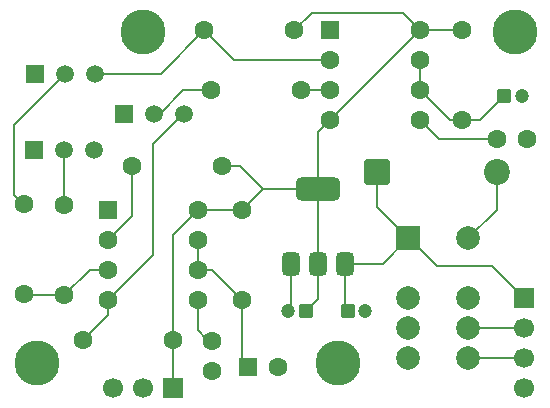
<source format=gbr>
%TF.GenerationSoftware,KiCad,Pcbnew,9.0.6*%
%TF.CreationDate,2025-12-23T12:21:06+09:00*%
%TF.ProjectId,ils,696c732e-6b69-4636-9164-5f7063625858,rev?*%
%TF.SameCoordinates,Original*%
%TF.FileFunction,Copper,L1,Top*%
%TF.FilePolarity,Positive*%
%FSLAX46Y46*%
G04 Gerber Fmt 4.6, Leading zero omitted, Abs format (unit mm)*
G04 Created by KiCad (PCBNEW 9.0.6) date 2025-12-23 12:21:06*
%MOMM*%
%LPD*%
G01*
G04 APERTURE LIST*
G04 Aperture macros list*
%AMRoundRect*
0 Rectangle with rounded corners*
0 $1 Rounding radius*
0 $2 $3 $4 $5 $6 $7 $8 $9 X,Y pos of 4 corners*
0 Add a 4 corners polygon primitive as box body*
4,1,4,$2,$3,$4,$5,$6,$7,$8,$9,$2,$3,0*
0 Add four circle primitives for the rounded corners*
1,1,$1+$1,$2,$3*
1,1,$1+$1,$4,$5*
1,1,$1+$1,$6,$7*
1,1,$1+$1,$8,$9*
0 Add four rect primitives between the rounded corners*
20,1,$1+$1,$2,$3,$4,$5,0*
20,1,$1+$1,$4,$5,$6,$7,0*
20,1,$1+$1,$6,$7,$8,$9,0*
20,1,$1+$1,$8,$9,$2,$3,0*%
G04 Aperture macros list end*
%TA.AperFunction,ComponentPad*%
%ADD10RoundRect,0.250000X-0.350000X-0.350000X0.350000X-0.350000X0.350000X0.350000X-0.350000X0.350000X0*%
%TD*%
%TA.AperFunction,ComponentPad*%
%ADD11C,1.200000*%
%TD*%
%TA.AperFunction,ComponentPad*%
%ADD12RoundRect,0.250000X0.350000X0.350000X-0.350000X0.350000X-0.350000X-0.350000X0.350000X-0.350000X0*%
%TD*%
%TA.AperFunction,ConnectorPad*%
%ADD13C,3.800000*%
%TD*%
%TA.AperFunction,ComponentPad*%
%ADD14C,2.600000*%
%TD*%
%TA.AperFunction,ComponentPad*%
%ADD15C,1.600000*%
%TD*%
%TA.AperFunction,ComponentPad*%
%ADD16RoundRect,0.250000X-0.550000X-0.550000X0.550000X-0.550000X0.550000X0.550000X-0.550000X0.550000X0*%
%TD*%
%TA.AperFunction,ComponentPad*%
%ADD17R,1.700000X1.700000*%
%TD*%
%TA.AperFunction,ComponentPad*%
%ADD18C,1.700000*%
%TD*%
%TA.AperFunction,ComponentPad*%
%ADD19RoundRect,0.249999X-0.850001X-0.850001X0.850001X-0.850001X0.850001X0.850001X-0.850001X0.850001X0*%
%TD*%
%TA.AperFunction,ComponentPad*%
%ADD20C,2.200000*%
%TD*%
%TA.AperFunction,SMDPad,CuDef*%
%ADD21RoundRect,0.375000X0.375000X-0.625000X0.375000X0.625000X-0.375000X0.625000X-0.375000X-0.625000X0*%
%TD*%
%TA.AperFunction,SMDPad,CuDef*%
%ADD22RoundRect,0.500000X1.400000X-0.500000X1.400000X0.500000X-1.400000X0.500000X-1.400000X-0.500000X0*%
%TD*%
%TA.AperFunction,ComponentPad*%
%ADD23R,2.000000X2.000000*%
%TD*%
%TA.AperFunction,ComponentPad*%
%ADD24C,2.000000*%
%TD*%
%TA.AperFunction,ComponentPad*%
%ADD25R,1.500000X1.500000*%
%TD*%
%TA.AperFunction,ComponentPad*%
%ADD26C,1.500000*%
%TD*%
%TA.AperFunction,Conductor*%
%ADD27C,0.200000*%
%TD*%
G04 APERTURE END LIST*
D10*
%TO.P,C6,1*%
%TO.N,+12V*%
X161977401Y-132000000D03*
D11*
%TO.P,C6,2*%
%TO.N,GND*%
X163477401Y-132000000D03*
%TD*%
D12*
%TO.P,C5,1*%
%TO.N,+5V*%
X158450000Y-132000000D03*
D11*
%TO.P,C5,2*%
%TO.N,GND*%
X156950000Y-132000000D03*
%TD*%
D13*
%TO.P,REF\u002A\u002A,1*%
%TO.N,N/C*%
X176150000Y-108400000D03*
D14*
X176150000Y-108400000D03*
%TD*%
D15*
%TO.P,U2,8,VCC*%
%TO.N,+5V*%
X168060000Y-108230000D03*
%TO.P,U2,7,DIS*%
%TO.N,Net-(U2-DIS)*%
X168060000Y-110770000D03*
%TO.P,U2,6,THR*%
X168060000Y-113310000D03*
%TO.P,U2,5,CV*%
%TO.N,Net-(U2-CV)*%
X168060000Y-115850000D03*
%TO.P,U2,4,R*%
%TO.N,+5V*%
X160440000Y-115850000D03*
%TO.P,U2,3,Q*%
%TO.N,Net-(U2-Q)*%
X160440000Y-113310000D03*
%TO.P,U2,2,TR*%
%TO.N,/COOL*%
X160440000Y-110770000D03*
D16*
%TO.P,U2,1,GND*%
%TO.N,GND*%
X160440000Y-108230000D03*
%TD*%
D15*
%TO.P,R2,2*%
%TO.N,Net-(U2-DIS)*%
X171660000Y-115860000D03*
%TO.P,R2,1*%
%TO.N,+5V*%
X171660000Y-108240000D03*
%TD*%
D14*
%TO.P,REF\u002A\u002A,1*%
%TO.N,N/C*%
X135650000Y-136400000D03*
D13*
X135650000Y-136400000D03*
%TD*%
D15*
%TO.P,C3,1*%
%TO.N,GND*%
X150500000Y-137100000D03*
%TO.P,C3,2*%
%TO.N,Net-(U1-CV)*%
X150500000Y-134600000D03*
%TD*%
%TO.P,C1,1*%
%TO.N,GND*%
X177150000Y-117500000D03*
%TO.P,C1,2*%
%TO.N,Net-(U2-CV)*%
X174650000Y-117500000D03*
%TD*%
D17*
%TO.P,J2,1,Pin_1*%
%TO.N,+5V*%
X147190000Y-138500000D03*
D18*
%TO.P,J2,2,Pin_2*%
%TO.N,/SENS*%
X144650000Y-138500000D03*
%TO.P,J2,3,Pin_3*%
%TO.N,GND*%
X142110000Y-138500000D03*
%TD*%
D16*
%TO.P,C4,1*%
%TO.N,Net-(U1-DIS)*%
X153544888Y-136750000D03*
D15*
%TO.P,C4,2*%
%TO.N,GND*%
X156044888Y-136750000D03*
%TD*%
D14*
%TO.P,REF\u002A\u002A,1*%
%TO.N,N/C*%
X161150000Y-136400000D03*
D13*
X161150000Y-136400000D03*
%TD*%
D10*
%TO.P,C2,1*%
%TO.N,Net-(U2-DIS)*%
X175227401Y-113850000D03*
D11*
%TO.P,C2,2*%
%TO.N,GND*%
X176727401Y-113850000D03*
%TD*%
D19*
%TO.P,D1,1,K*%
%TO.N,+12V*%
X164470000Y-120250000D03*
D20*
%TO.P,D1,2,A*%
%TO.N,/RELAY*%
X174630000Y-120250000D03*
%TD*%
D21*
%TO.P,U3,1,GND*%
%TO.N,GND*%
X157150000Y-128000000D03*
%TO.P,U3,2,VO*%
%TO.N,+5V*%
X159450000Y-128000000D03*
D22*
X159450000Y-121700000D03*
D21*
%TO.P,U3,3,VI*%
%TO.N,+12V*%
X161750000Y-128000000D03*
%TD*%
D15*
%TO.P,R6,1*%
%TO.N,/TRIG*%
X138000000Y-130645000D03*
%TO.P,R6,2*%
%TO.N,Net-(Q1-B)*%
X138000000Y-123025000D03*
%TD*%
%TO.P,R1,1*%
%TO.N,/SENS*%
X143690000Y-119750000D03*
%TO.P,R1,2*%
%TO.N,+5V*%
X151310000Y-119750000D03*
%TD*%
%TO.P,R5,1*%
%TO.N,+5V*%
X153050000Y-123440000D03*
%TO.P,R5,2*%
%TO.N,Net-(U1-DIS)*%
X153050000Y-131060000D03*
%TD*%
%TO.P,R3,1*%
%TO.N,/LOCK*%
X139590000Y-134450000D03*
%TO.P,R3,2*%
%TO.N,+5V*%
X147210000Y-134450000D03*
%TD*%
D23*
%TO.P,K1,1*%
%TO.N,+12V*%
X167120000Y-125870000D03*
D24*
%TO.P,K1,3*%
%TO.N,unconnected-(K1-Pad3)*%
X167120000Y-130950000D03*
%TO.P,K1,4*%
%TO.N,unconnected-(K1-Pad4)*%
X167120000Y-133490000D03*
%TO.P,K1,5*%
%TO.N,unconnected-(K1-Pad5)*%
X167120000Y-136030000D03*
%TO.P,K1,8*%
%TO.N,Net-(J1-Pin_3)*%
X172200000Y-136030000D03*
%TO.P,K1,9*%
%TO.N,/COM*%
X172200000Y-133490000D03*
%TO.P,K1,10*%
%TO.N,unconnected-(K1-Pad10)*%
X172200000Y-130950000D03*
%TO.P,K1,12*%
%TO.N,/RELAY*%
X172200000Y-125870000D03*
%TD*%
D14*
%TO.P,REF\u002A\u002A,1*%
%TO.N,N/C*%
X144650000Y-108400000D03*
D13*
X144650000Y-108400000D03*
%TD*%
D17*
%TO.P,J1,1,Pin_1*%
%TO.N,+12V*%
X176900000Y-130940000D03*
D18*
%TO.P,J1,2,Pin_2*%
%TO.N,/COM*%
X176900000Y-133480000D03*
%TO.P,J1,3,Pin_3*%
%TO.N,Net-(J1-Pin_3)*%
X176900000Y-136020000D03*
%TO.P,J1,4,Pin_4*%
%TO.N,GND*%
X176900000Y-138560000D03*
%TD*%
D15*
%TO.P,R8,1*%
%TO.N,/TRIG*%
X134550000Y-130610000D03*
%TO.P,R8,2*%
%TO.N,Net-(Q3-B)*%
X134550000Y-122990000D03*
%TD*%
%TO.P,R4,1*%
%TO.N,Net-(U2-Q)*%
X158060000Y-113300000D03*
%TO.P,R4,2*%
%TO.N,Net-(Q2-B)*%
X150440000Y-113300000D03*
%TD*%
%TO.P,R7,1*%
%TO.N,/COOL*%
X149850000Y-108250000D03*
%TO.P,R7,2*%
%TO.N,+5V*%
X157470000Y-108250000D03*
%TD*%
D25*
%TO.P,Q3,1,E*%
%TO.N,GND*%
X135470000Y-111950000D03*
D26*
%TO.P,Q3,2,B*%
%TO.N,Net-(Q3-B)*%
X138010000Y-111950000D03*
%TO.P,Q3,3,C*%
%TO.N,/COOL*%
X140550000Y-111950000D03*
%TD*%
D25*
%TO.P,Q1,1,E*%
%TO.N,GND*%
X135460000Y-118385000D03*
D26*
%TO.P,Q1,2,B*%
%TO.N,Net-(Q1-B)*%
X138000000Y-118385000D03*
%TO.P,Q1,3,C*%
%TO.N,/RELAY*%
X140540000Y-118385000D03*
%TD*%
D25*
%TO.P,Q2,1,E*%
%TO.N,GND*%
X143000000Y-115300000D03*
D26*
%TO.P,Q2,2,B*%
%TO.N,Net-(Q2-B)*%
X145540000Y-115300000D03*
%TO.P,Q2,3,C*%
%TO.N,/LOCK*%
X148080000Y-115300000D03*
%TD*%
D16*
%TO.P,U1,1,GND*%
%TO.N,GND*%
X141695000Y-123440000D03*
D15*
%TO.P,U1,2,TR*%
%TO.N,/SENS*%
X141695000Y-125980000D03*
%TO.P,U1,3,Q*%
%TO.N,/TRIG*%
X141695000Y-128520000D03*
%TO.P,U1,4,R*%
%TO.N,/LOCK*%
X141695000Y-131060000D03*
%TO.P,U1,5,CV*%
%TO.N,Net-(U1-CV)*%
X149315000Y-131060000D03*
%TO.P,U1,6,THR*%
%TO.N,Net-(U1-DIS)*%
X149315000Y-128520000D03*
%TO.P,U1,7,DIS*%
X149315000Y-125980000D03*
%TO.P,U1,8,VCC*%
%TO.N,+5V*%
X149315000Y-123440000D03*
%TD*%
D27*
%TO.N,+12V*%
X161750000Y-131772599D02*
X161977401Y-132000000D01*
X161750000Y-128000000D02*
X161750000Y-131772599D01*
%TO.N,+5V*%
X159450000Y-131000000D02*
X158450000Y-132000000D01*
X159450000Y-128000000D02*
X159450000Y-131000000D01*
%TO.N,GND*%
X157150000Y-131800000D02*
X156950000Y-132000000D01*
X157150000Y-128000000D02*
X157150000Y-131800000D01*
%TO.N,Net-(U1-DIS)*%
X153050000Y-136255112D02*
X153544888Y-136750000D01*
X153050000Y-131060000D02*
X153050000Y-136255112D01*
X150510000Y-128520000D02*
X153050000Y-131060000D01*
X149315000Y-128520000D02*
X150510000Y-128520000D01*
%TO.N,Net-(U1-CV)*%
X149315000Y-133665000D02*
X150100000Y-134450000D01*
X149315000Y-131060000D02*
X149315000Y-133665000D01*
%TO.N,Net-(U2-DIS)*%
X173217401Y-115860000D02*
X175227401Y-113850000D01*
X171660000Y-115860000D02*
X173217401Y-115860000D01*
%TO.N,Net-(U2-CV)*%
X169710000Y-117500000D02*
X168060000Y-115850000D01*
X174650000Y-117500000D02*
X169710000Y-117500000D01*
%TO.N,Net-(U2-DIS)*%
X168060000Y-113310000D02*
X170610000Y-115860000D01*
X168060000Y-110770000D02*
X168060000Y-113310000D01*
X170610000Y-115860000D02*
X171660000Y-115860000D01*
%TO.N,Net-(U1-DIS)*%
X149325000Y-128510000D02*
X149315000Y-128520000D01*
X149315000Y-125980000D02*
X149315000Y-128520000D01*
%TO.N,+12V*%
X165000000Y-128000000D02*
X161750000Y-128000000D01*
X164470000Y-123220000D02*
X167120000Y-125870000D01*
X167170000Y-125870000D02*
X167120000Y-125870000D01*
X174200000Y-128250000D02*
X169550000Y-128250000D01*
X169550000Y-128250000D02*
X167170000Y-125870000D01*
X176890000Y-130940000D02*
X174200000Y-128250000D01*
X176900000Y-130940000D02*
X176890000Y-130940000D01*
X167120000Y-125880000D02*
X165000000Y-128000000D01*
X167120000Y-125870000D02*
X167120000Y-125880000D01*
X164470000Y-120250000D02*
X164470000Y-123220000D01*
X176500000Y-130940000D02*
X176900000Y-130940000D01*
%TO.N,/RELAY*%
X174630000Y-123440000D02*
X172200000Y-125870000D01*
X174630000Y-120250000D02*
X174630000Y-123440000D01*
%TO.N,/SENS*%
X143690000Y-123985000D02*
X141695000Y-125980000D01*
X143690000Y-119750000D02*
X143690000Y-123985000D01*
%TO.N,Net-(Q1-B)*%
X138000000Y-118385000D02*
X138000000Y-123115000D01*
%TO.N,Net-(Q2-B)*%
X146060000Y-115300000D02*
X148060000Y-113300000D01*
X150440000Y-113300000D02*
X148060000Y-113300000D01*
%TO.N,/LOCK*%
X141695000Y-131060000D02*
X141695000Y-132345000D01*
X148050000Y-115300000D02*
X145500000Y-117850000D01*
X148080000Y-115300000D02*
X148050000Y-115300000D01*
X145500000Y-127255000D02*
X141695000Y-131060000D01*
X145500000Y-117850000D02*
X145500000Y-127255000D01*
X141695000Y-132345000D02*
X139590000Y-134450000D01*
%TO.N,/COOL*%
X160440000Y-110770000D02*
X152370000Y-110770000D01*
X146150000Y-111950000D02*
X140550000Y-111950000D01*
X152370000Y-110770000D02*
X149850000Y-108250000D01*
X149850000Y-108250000D02*
X146150000Y-111950000D01*
%TO.N,Net-(Q3-B)*%
X138010000Y-111950000D02*
X138010000Y-111990000D01*
X133750000Y-116250000D02*
X133750000Y-122190000D01*
X138010000Y-111990000D02*
X133750000Y-116250000D01*
X133750000Y-122190000D02*
X134550000Y-122990000D01*
%TO.N,Net-(U2-Q)*%
X160430000Y-113300000D02*
X160440000Y-113310000D01*
X157620000Y-113300000D02*
X160430000Y-113300000D01*
%TO.N,/TRIG*%
X134585000Y-130645000D02*
X134550000Y-130610000D01*
X141695000Y-128520000D02*
X140125000Y-128520000D01*
X140125000Y-128520000D02*
X138000000Y-130645000D01*
X138000000Y-130645000D02*
X134585000Y-130645000D01*
%TO.N,Net-(J1-Pin_3)*%
X172210000Y-136020000D02*
X172200000Y-136030000D01*
X176900000Y-136020000D02*
X172210000Y-136020000D01*
%TO.N,/COM*%
X176900000Y-133480000D02*
X172210000Y-133480000D01*
X176500000Y-133480000D02*
X176900000Y-133480000D01*
X172210000Y-133480000D02*
X172200000Y-133490000D01*
%TO.N,+5V*%
X158640000Y-120890000D02*
X159450000Y-121700000D01*
X154800000Y-121700000D02*
X154790000Y-121700000D01*
X153050000Y-123440000D02*
X149315000Y-123440000D01*
X159450000Y-128000000D02*
X159450000Y-121700000D01*
X168060000Y-108230000D02*
X166630000Y-106800000D01*
X149315000Y-123440000D02*
X149160000Y-123440000D01*
X159450000Y-121700000D02*
X154800000Y-121700000D01*
X166630000Y-106800000D02*
X158920000Y-106800000D01*
X168070000Y-108240000D02*
X168060000Y-108230000D01*
X147190000Y-134470000D02*
X147210000Y-134450000D01*
X171660000Y-108240000D02*
X168070000Y-108240000D01*
X159450000Y-121700000D02*
X159450000Y-116840000D01*
X158920000Y-106800000D02*
X157470000Y-108250000D01*
X159450000Y-116840000D02*
X160440000Y-115850000D01*
X154800000Y-121700000D02*
X152850000Y-119750000D01*
X149315000Y-123440000D02*
X147210000Y-125545000D01*
X147210000Y-125545000D02*
X147210000Y-134450000D01*
X159480000Y-121670000D02*
X159450000Y-121700000D01*
X154790000Y-121700000D02*
X153050000Y-123440000D01*
X160440000Y-115850000D02*
X168060000Y-108230000D01*
X147190000Y-138050000D02*
X147190000Y-134470000D01*
X152850000Y-119750000D02*
X151310000Y-119750000D01*
%TD*%
M02*

</source>
